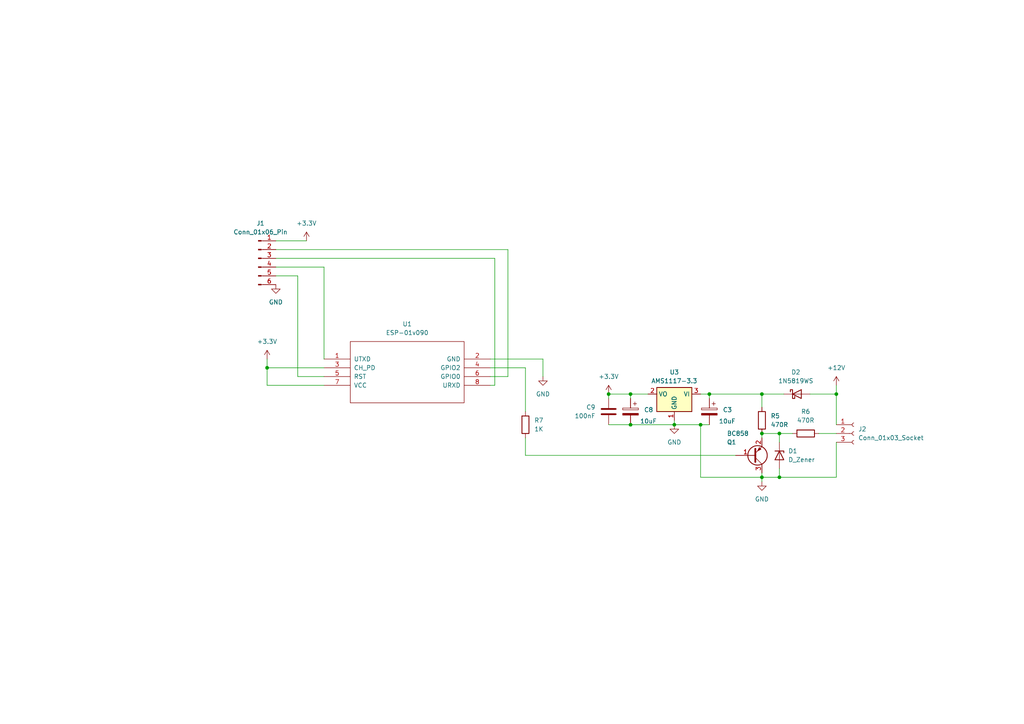
<source format=kicad_sch>
(kicad_sch (version 20231120) (generator "eeschema") (generator_version "8.0")
  (paper "A4")
  (lib_symbols
    (symbol "+3.3V_2" (power) (pin_numbers hide) (pin_names (offset 0) hide)
      (property "Value" "+3.3V" (at 0 3.556 0))
      (symbol "+3.3V_2_0_1"
        (polyline (pts (xy -0.762 1.27) (xy 0 2.54)))
        (polyline (pts (xy 0 0) (xy 0 2.54)))
        (polyline (pts (xy 0 2.54) (xy 0.762 1.27)))
      )
      (symbol "+3.3V_2_1_1"
        (pin power_in line (at 0 0 90) (length 0) (name "~") (number "1"))
      )
    )
    (symbol "Connector:Conn_01x03_Socket" (pin_names (offset 1.016) hide)
      (property "Reference" "J" (at 0 5.08 0))
      (property "Value" "Conn_01x03_Socket" (at 0 -5.08 0))
      (symbol "Conn_01x03_Socket_1_1"
        (arc (start 0 -2.032) (mid -0.5058 -2.54) (end 0 -3.048) (stroke (width 0.1524)))
        (polyline (pts (xy -1.27 -2.54) (xy -0.508 -2.54)) (stroke (width 0.1524)))
        (polyline (pts (xy -1.27 0) (xy -0.508 0)) (stroke (width 0.1524)))
        (polyline (pts (xy -1.27 2.54) (xy -0.508 2.54)) (stroke (width 0.1524)))
        (arc (start 0 0.508) (mid -0.5058 0) (end 0 -0.508) (stroke (width 0.1524)))
        (arc (start 0 3.048) (mid -0.5058 2.54) (end 0 2.032) (stroke (width 0.1524)))
        (pin passive line (at -5.08 2.54 0) (length 3.81) (name "Pin_1") (number "1"))
        (pin passive line (at -5.08 0 0) (length 3.81) (name "Pin_2") (number "2"))
        (pin passive line (at -5.08 -2.54 0) (length 3.81) (name "Pin_3") (number "3"))
      )
    )
    (symbol "Connector:Conn_01x06_Pin" (pin_names (offset 1.016) hide)
      (property "Reference" "J" (at 0 7.62 0))
      (property "Value" "Conn_01x06_Pin" (at 0 -10.16 0))
      (symbol "Conn_01x06_Pin_1_1"
        (polyline (pts (xy 1.27 -7.62) (xy 0.8636 -7.62)) (stroke (width 0.1524)))
        (polyline (pts (xy 1.27 -5.08) (xy 0.8636 -5.08)) (stroke (width 0.1524)))
        (polyline (pts (xy 1.27 -2.54) (xy 0.8636 -2.54)) (stroke (width 0.1524)))
        (polyline (pts (xy 1.27 0) (xy 0.8636 0)) (stroke (width 0.1524)))
        (polyline (pts (xy 1.27 2.54) (xy 0.8636 2.54)) (stroke (width 0.1524)))
        (polyline (pts (xy 1.27 5.08) (xy 0.8636 5.08)) (stroke (width 0.1524)))
        (rectangle (start 0.8636 -7.493) (end 0 -7.747) (stroke (width 0.1524)) (fill (type outline)))
        (rectangle (start 0.8636 -4.953) (end 0 -5.207) (stroke (width 0.1524)) (fill (type outline)))
        (rectangle (start 0.8636 -2.413) (end 0 -2.667) (stroke (width 0.1524)) (fill (type outline)))
        (rectangle (start 0.8636 0.127) (end 0 -0.127) (stroke (width 0.1524)) (fill (type outline)))
        (rectangle (start 0.8636 2.667) (end 0 2.413) (stroke (width 0.1524)) (fill (type outline)))
        (rectangle (start 0.8636 5.207) (end 0 4.953) (stroke (width 0.1524)) (fill (type outline)))
        (pin passive line (at 5.08 5.08 180) (length 3.81) (name "Pin_1") (number "1"))
        (pin passive line (at 5.08 2.54 180) (length 3.81) (name "Pin_2") (number "2"))
        (pin passive line (at 5.08 0 180) (length 3.81) (name "Pin_3") (number "3"))
        (pin passive line (at 5.08 -2.54 180) (length 3.81) (name "Pin_4") (number "4"))
        (pin passive line (at 5.08 -5.08 180) (length 3.81) (name "Pin_5") (number "5"))
        (pin passive line (at 5.08 -7.62 180) (length 3.81) (name "Pin_6") (number "6"))
      )
    )
    (symbol "Device:C" (pin_numbers hide) (pin_names (offset 0.254))
      (property "Reference" "C" (at 0.635 2.54 0))
      (property "Value" "C" (at 0.635 -2.54 0))
      (symbol "C_0_1"
        (polyline (pts (xy -2.032 -0.762) (xy 2.032 -0.762)) (stroke (width 0.508)))
        (polyline (pts (xy -2.032 0.762) (xy 2.032 0.762)) (stroke (width 0.508)))
      )
      (symbol "C_1_1"
        (pin passive line (at 0 3.81 270) (length 2.794) (name "~") (number "1"))
        (pin passive line (at 0 -3.81 90) (length 2.794) (name "~") (number "2"))
      )
    )
    (symbol "Device:C_Polarized" (pin_numbers hide) (pin_names (offset 0.254))
      (property "Reference" "C" (at 0.635 2.54 0))
      (property "Value" "C_Polarized" (at 0.635 -2.54 0))
      (symbol "C_Polarized_0_1"
        (rectangle (start -2.286 0.508) (end 2.286 1.016))
        (polyline (pts (xy -1.778 2.286) (xy -0.762 2.286)))
        (polyline (pts (xy -1.27 2.794) (xy -1.27 1.778)))
        (rectangle (start 2.286 -0.508) (end -2.286 -1.016) (fill (type outline)))
      )
      (symbol "C_Polarized_1_1"
        (pin passive line (at 0 3.81 270) (length 2.794) (name "~") (number "1"))
        (pin passive line (at 0 -3.81 90) (length 2.794) (name "~") (number "2"))
      )
    )
    (symbol "Device:D_Zener" (pin_numbers hide) (pin_names (offset 1.016) hide)
      (property "Reference" "D" (at 0 2.54 0))
      (property "Value" "D_Zener" (at 0 -2.54 0))
      (symbol "D_Zener_0_1"
        (polyline (pts (xy 1.27 0) (xy -1.27 0)))
        (polyline (pts (xy -1.27 -1.27) (xy -1.27 1.27) (xy -0.762 1.27)) (stroke (width 0.254)))
        (polyline (pts (xy 1.27 -1.27) (xy 1.27 1.27) (xy -1.27 0) (xy 1.27 -1.27)) (stroke (width 0.254)))
      )
      (symbol "D_Zener_1_1"
        (pin passive line (at -3.81 0 0) (length 2.54) (name "K") (number "1"))
        (pin passive line (at 3.81 0 180) (length 2.54) (name "A") (number "2"))
      )
    )
    (symbol "Device:R" (pin_numbers hide) (pin_names (offset 0))
      (property "Reference" "R" (at 2.032 0 90))
      (property "Value" "R" (at 0 0 90))
      (symbol "R_0_1"
        (rectangle (start -1.016 -2.54) (end 1.016 2.54) (stroke (width 0.254)))
      )
      (symbol "R_1_1"
        (pin passive line (at 0 3.81 270) (length 1.27) (name "~") (number "1"))
        (pin passive line (at 0 -3.81 90) (length 1.27) (name "~") (number "2"))
      )
    )
    (symbol "Diode:1N5819WS" (pin_numbers hide) (pin_names (offset 1.016) hide)
      (property "Reference" "D" (at 0 2.54 0))
      (property "Value" "1N5819WS" (at 0 -2.54 0))
      (symbol "1N5819WS_0_1"
        (polyline (pts (xy 1.27 0) (xy -1.27 0)))
        (polyline (pts (xy 1.27 1.27) (xy 1.27 -1.27) (xy -1.27 0) (xy 1.27 1.27)) (stroke (width 0.254)))
        (polyline (pts (xy -1.905 0.635) (xy -1.905 1.27) (xy -1.27 1.27) (xy -1.27 -1.27) (xy -0.635 -1.27) (xy -0.635 -0.635)) (stroke (width 0.254)))
      )
      (symbol "1N5819WS_1_1"
        (pin passive line (at -3.81 0 0) (length 2.54) (name "K") (number "1"))
        (pin passive line (at 3.81 0 180) (length 2.54) (name "A") (number "2"))
      )
    )
    (symbol "ESP8266:ESP-01v090" (pin_names (offset 1.016))
      (property "Reference" "U" (at 0 -2.54 0))
      (property "Value" "ESP-01v090" (at 0 2.54 0))
      (symbol "ESP-01v090_1_0"
        (rectangle (start -16.51 -8.89) (end 16.51 8.89))
      )
      (symbol "ESP-01v090_1_1"
        (pin output line (at -24.13 3.81 0) (length 7.62) (name "UTXD") (number "1"))
        (pin power_in line (at 24.13 3.81 180) (length 7.62) (name "GND") (number "2"))
        (pin input line (at -24.13 1.27 0) (length 7.62) (name "CH_PD") (number "3"))
        (pin tri_state line (at 24.13 1.27 180) (length 7.62) (name "GPIO2") (number "4"))
        (pin input line (at -24.13 -1.27 0) (length 7.62) (name "RST") (number "5"))
        (pin tri_state line (at 24.13 -1.27 180) (length 7.62) (name "GPIO0") (number "6"))
        (pin power_in line (at -24.13 -3.81 0) (length 7.62) (name "VCC") (number "7"))
        (pin input line (at 24.13 -3.81 180) (length 7.62) (name "URXD") (number "8"))
      )
    )
    (symbol "GND_1" (power) (pin_numbers hide) (pin_names (offset 0) hide)
      (property "Value" "GND" (at 0 -3.81 0))
      (symbol "GND_1_0_1"
        (polyline (pts (xy 0 0) (xy 0 -1.27) (xy 1.27 -1.27) (xy 0 -2.54) (xy -1.27 -1.27) (xy 0 -1.27)))
      )
      (symbol "GND_1_1_1"
        (pin power_in line (at 0 0 270) (length 0) (name "~") (number "1"))
      )
    )
    (symbol "Regulator_Linear:AMS1117-3.3"
      (property "Reference" "U" (at -3.81 3.175 0))
      (property "Value" "AMS1117-3.3" (at 0 3.175 0))
      (symbol "AMS1117-3.3_0_1"
        (rectangle (start -5.08 -5.08) (end 5.08 1.905) (stroke (width 0.254)) (fill (type background)))
      )
      (symbol "AMS1117-3.3_1_1"
        (pin power_in line (at 0 -7.62 90) (length 2.54) (name "GND") (number "1"))
        (pin power_out line (at 7.62 0 180) (length 2.54) (name "VO") (number "2"))
        (pin power_in line (at -7.62 0 0) (length 2.54) (name "VI") (number "3"))
      )
    )
    (symbol "Transistor_BJT:BC858" (pin_names (offset 0) hide)
      (property "Reference" "Q" (at 5.08 1.905 0))
      (property "Value" "BC858" (at 5.08 0 0))
      (symbol "BC858_0_1"
        (polyline (pts (xy 0.635 0.635) (xy 2.54 2.54)))
        (polyline (pts (xy 0.635 -0.635) (xy 2.54 -2.54) (xy 2.54 -2.54)))
        (polyline (pts (xy 0.635 1.905) (xy 0.635 -1.905) (xy 0.635 -1.905)) (stroke (width 0.508)))
        (polyline (pts (xy 2.286 -1.778) (xy 1.778 -2.286) (xy 1.27 -1.27) (xy 2.286 -1.778) (xy 2.286 -1.778)) (fill (type outline)))
        (circle (center 1.27 0) (radius 2.8194) (stroke (width 0.254)))
      )
      (symbol "BC858_1_1"
        (pin input line (at -5.08 0 0) (length 5.715) (name "B") (number "1"))
        (pin passive line (at 2.54 -5.08 90) (length 2.54) (name "E") (number "2"))
        (pin passive line (at 2.54 5.08 270) (length 2.54) (name "C") (number "3"))
      )
    )
    (symbol "power:+12V" (power) (pin_names (offset 0))
      (property "Value" "+12V" (at 0 3.556 0))
      (symbol "+12V_0_1"
        (polyline (pts (xy -0.762 1.27) (xy 0 2.54)))
        (polyline (pts (xy 0 0) (xy 0 2.54)))
        (polyline (pts (xy 0 2.54) (xy 0.762 1.27)))
      )
      (symbol "+12V_1_1"
        (pin power_in line (at 0 0 90) (length 0) hide (name "+12V") (number "1"))
      )
    )
    (symbol "power:+3.3V" (power) (pin_names (offset 0))
      (property "Value" "+3.3V" (at 0 3.556 0))
      (symbol "+3.3V_0_1"
        (polyline (pts (xy -0.762 1.27) (xy 0 2.54)))
        (polyline (pts (xy 0 0) (xy 0 2.54)))
        (polyline (pts (xy 0 2.54) (xy 0.762 1.27)))
      )
      (symbol "+3.3V_1_1"
        (pin power_in line (at 0 0 90) (length 0) hide (name "+3.3V") (number "1"))
      )
    )
    (symbol "power:GND" (power) (pin_names (offset 0))
      (property "Value" "GND" (at 0 -3.81 0))
      (symbol "GND_0_1"
        (polyline (pts (xy 0 0) (xy 0 -1.27) (xy 1.27 -1.27) (xy 0 -2.54) (xy -1.27 -1.27) (xy 0 -1.27)))
      )
      (symbol "GND_1_1"
        (pin power_in line (at 0 0 270) (length 0) hide (name "GND") (number "1"))
      )
    )
  )
  (junction (at 77.47 106.68))
  (junction (at 220.98 114.3))
  (junction (at 220.98 125.73))
  (junction (at 203.2 123.19))
  (junction (at 242.57 114.3))
  (junction (at 176.53 114.3))
  (junction (at 182.88 114.3))
  (junction (at 195.58 123.19))
  (junction (at 226.06 138.43))
  (junction (at 182.88 123.19))
  (junction (at 205.74 114.3))
  (junction (at 226.06 125.73))
  (junction (at 220.98 138.43))
  (wire (pts (xy 242.57 114.3) (xy 242.57 123.19)))
  (wire (pts (xy 147.32 72.39) (xy 80.01 72.39)))
  (wire (pts (xy 77.47 111.76) (xy 77.47 106.68)))
  (wire (pts (xy 80.01 80.01) (xy 86.36 80.01)))
  (wire (pts (xy 152.4 132.08) (xy 152.4 127)))
  (wire (pts (xy 142.24 106.68) (xy 152.4 106.68)))
  (wire (pts (xy 242.57 111.76) (xy 242.57 114.3)))
  (wire (pts (xy 195.58 123.19) (xy 182.88 123.19)))
  (wire (pts (xy 226.06 135.89) (xy 226.06 138.43)))
  (wire (pts (xy 220.98 138.43) (xy 220.98 139.7)))
  (wire (pts (xy 143.51 74.93) (xy 80.01 74.93)))
  (wire (pts (xy 220.98 125.73) (xy 226.06 125.73)))
  (wire (pts (xy 220.98 125.73) (xy 220.98 127)))
  (wire (pts (xy 242.57 128.27) (xy 242.57 138.43)))
  (wire (pts (xy 142.24 111.76) (xy 143.51 111.76)))
  (wire (pts (xy 152.4 132.08) (xy 213.36 132.08)))
  (wire (pts (xy 157.48 109.22) (xy 157.48 104.14)))
  (wire (pts (xy 220.98 114.3) (xy 220.98 118.11)))
  (wire (pts (xy 227.33 114.3) (xy 220.98 114.3)))
  (wire (pts (xy 80.01 69.85) (xy 88.9 69.85)))
  (wire (pts (xy 226.06 125.73) (xy 229.87 125.73)))
  (wire (pts (xy 205.74 123.19) (xy 203.2 123.19)))
  (wire (pts (xy 220.98 137.16) (xy 220.98 138.43)))
  (wire (pts (xy 187.96 114.3) (xy 182.88 114.3)))
  (wire (pts (xy 203.2 123.19) (xy 195.58 123.19)))
  (wire (pts (xy 195.58 121.92) (xy 195.58 123.19)))
  (wire (pts (xy 205.74 114.3) (xy 220.98 114.3)))
  (wire (pts (xy 93.98 111.76) (xy 77.47 111.76)))
  (wire (pts (xy 234.95 114.3) (xy 242.57 114.3)))
  (wire (pts (xy 143.51 111.76) (xy 143.51 74.93)))
  (wire (pts (xy 176.53 114.3) (xy 182.88 114.3)))
  (wire (pts (xy 237.49 125.73) (xy 242.57 125.73)))
  (wire (pts (xy 142.24 109.22) (xy 147.32 109.22)))
  (wire (pts (xy 147.32 109.22) (xy 147.32 72.39)))
  (wire (pts (xy 77.47 106.68) (xy 77.47 104.14)))
  (wire (pts (xy 226.06 138.43) (xy 220.98 138.43)))
  (wire (pts (xy 77.47 106.68) (xy 93.98 106.68)))
  (wire (pts (xy 93.98 109.22) (xy 86.36 109.22)))
  (wire (pts (xy 203.2 138.43) (xy 203.2 123.19)))
  (wire (pts (xy 242.57 138.43) (xy 226.06 138.43)))
  (wire (pts (xy 152.4 106.68) (xy 152.4 119.38)))
  (wire (pts (xy 176.53 115.57) (xy 176.53 114.3)))
  (wire (pts (xy 93.98 77.47) (xy 80.01 77.47)))
  (wire (pts (xy 203.2 114.3) (xy 205.74 114.3)))
  (wire (pts (xy 93.98 104.14) (xy 93.98 77.47)))
  (wire (pts (xy 182.88 114.3) (xy 182.88 115.57)))
  (wire (pts (xy 182.88 123.19) (xy 176.53 123.19)))
  (wire (pts (xy 86.36 109.22) (xy 86.36 80.01)))
  (wire (pts (xy 157.48 104.14) (xy 142.24 104.14)))
  (wire (pts (xy 205.74 114.3) (xy 205.74 115.57)))
  (wire (pts (xy 226.06 125.73) (xy 226.06 128.27)))
  (wire (pts (xy 220.98 138.43) (xy 203.2 138.43)))
  (symbol (lib_id "Diode:1N5819WS") (at 231.14 114.3 0) (unit 1)
    (property "Reference" "D2" (at 230.8225 107.95 0))
    (property "Value" "1N5819WS" (at 230.8225 110.49 0))
    (property "Footprint" "Diode_SMD:D_SOD-323" (effects (hide yes)))
    (property "Datasheet" "https://datasheet.lcsc.com/lcsc/2204281430_Guangdong-Hottech-1N5819WS_C191023.pdf" (effects (hide yes)))
    (property "Description" "40V 600mV@1A 1A SOD-323 Schottky Barrier Diodes, SOD-323" (effects (hide yes)))
  )
  (symbol (lib_id "ESP8266:ESP-01v090") (at 118.11 107.95 0) (unit 1)
    (property "Reference" "U1" (at 118.11 93.98 0))
    (property "Value" "ESP-01v090" (at 118.11 96.52 0))
    (property "Footprint" "ESP8266:ESP-01" (effects (hide yes)))
    (property "Datasheet" "http://l0l.org.uk/2014/12/esp8266-modules-hardware-guide-gotta-catch-em-all/" (effects (hide yes)))
    (property "Description" "ESP8266 ESP-01 module, v090" (effects (hide yes)))
  )
  (symbol (lib_id "Device:R") (at 220.98 121.92 180) (unit 1)
    (property "Reference" "R5" (at 223.52 120.6499 0) (effects (justify right)))
    (property "Value" "470R" (at 223.52 123.1899 0) (effects (justify right)))
    (property "Footprint" "Resistor_SMD:R_0603_1608Metric" (effects (hide yes)))
  )
  (symbol (lib_id "Device:R") (at 152.4 123.19 0) (unit 1)
    (property "Reference" "R7" (at 154.94 121.9199 0) (effects (justify left)))
    (property "Value" "1K" (at 154.94 124.4599 0) (effects (justify left)))
    (property "Footprint" "Resistor_SMD:R_0603_1608Metric" (effects (hide yes)))
    (property "Description" "Resistor" (effects (hide yes)))
  )
  (symbol (lib_id "Device:C") (at 176.53 119.38 0) (mirror y) (unit 1)
    (property "Reference" "C9" (at 172.72 118.1099 0) (effects (justify left)))
    (property "Value" "100nF" (at 172.72 120.6499 0) (effects (justify left)))
    (property "Footprint" "Capacitor_SMD:C_0603_1608Metric" (effects (hide yes)))
    (property "Description" "Unpolarized capacitor" (effects (hide yes)))
  )
  (symbol (lib_id "power:GND") (at 220.98 139.7 0) (unit 1)
    (property "Reference" "#PWR07" (effects (hide yes)))
    (property "Value" "GND" (at 220.98 144.78 0))
  )
  (symbol (lib_id "Device:C_Polarized") (at 182.88 119.38 0) (mirror y) (unit 1)
    (property "Reference" "C8" (at 189.484 118.872 0) (effects (justify left)))
    (property "Value" "10uF" (at 190.5 122.174 0) (effects (justify left)))
    (property "Footprint" "Capacitor_SMD:C_0603_1608Metric" (effects (hide yes)))
    (property "Description" "Polarized capacitor" (effects (hide yes)))
  )
  (symbol (lib_id "power:+12V") (at 242.57 111.76 0) (unit 1)
    (property "Reference" "#PWR011" (effects (hide yes)))
    (property "Value" "+12V" (at 242.57 106.68 0))
  )
  (symbol (lib_id "power:+3.3V") (at 88.9 69.85 0) (unit 1)
    (property "Reference" "#PWR04" (effects (hide yes)))
    (property "Value" "+3.3V" (at 88.9 64.77 0))
    (property "Description" "Power symbol creates a global label with name \"+3.3V\"" (effects (hide yes)))
  )
  (symbol (lib_name "+3.3V_2") (lib_id "power:+3.3V") (at 176.53 114.3 0) (mirror y) (unit 1)
    (property "Reference" "#PWR016" (effects (hide yes)))
    (property "Value" "+3.3V" (at 176.53 109.22 0))
    (property "Description" "Power symbol creates a global label with name \"+3.3V\"" (effects (hide yes)))
  )
  (symbol (lib_id "Connector:Conn_01x03_Socket") (at 247.65 125.73 0) (unit 1)
    (property "Reference" "J2" (at 248.92 124.4599 0) (effects (justify left)))
    (property "Value" "Conn_01x03_Socket" (at 248.92 126.9999 0) (effects (justify left)))
    (property "Footprint" "Connector_PinHeader_2.54mm:PinHeader_1x03_P2.54mm_Vertical" (effects (hide yes)))
  )
  (symbol (lib_name "GND_1") (lib_id "power:GND") (at 195.58 123.19 0) (mirror y) (unit 1)
    (property "Reference" "#PWR08" (effects (hide yes)))
    (property "Value" "GND" (at 195.58 128.27 0))
    (property "Description" "Power symbol creates a global label with name \"GND\" , ground" (effects (hide yes)))
  )
  (symbol (lib_id "Connector:Conn_01x06_Pin") (at 74.93 74.93 0) (unit 1)
    (property "Reference" "J1" (at 75.565 64.77 0))
    (property "Value" "Conn_01x06_Pin" (at 75.565 67.31 0))
    (property "Footprint" "Connector_PinHeader_2.54mm:PinHeader_1x06_P2.54mm_Vertical" (effects (hide yes)))
    (property "Description" "Generic connector, single row, 01x06, script generated" (effects (hide yes)))
  )
  (symbol (lib_id "Device:D_Zener") (at 226.06 132.08 270) (unit 1)
    (property "Reference" "D1" (at 228.6 130.8099 90) (effects (justify left)))
    (property "Value" "D_Zener" (at 228.6 133.3499 90) (effects (justify left)))
    (property "Footprint" "Diode_SMD:D_SOD-123" (effects (hide yes)))
  )
  (symbol (lib_id "Transistor_BJT:BC858") (at 218.44 132.08 0) (mirror x) (unit 1)
    (property "Reference" "Q1" (at 210.82 128.27 0) (effects (justify left)))
    (property "Value" "BC858" (at 210.82 125.73 0) (effects (justify left)))
    (property "Footprint" "Package_TO_SOT_SMD:SOT-23-3" (effects (hide yes)))
    (property "Datasheet" "https://www.onsemi.com/pub/Collateral/BC860-D.pdf" (effects (hide yes)))
  )
  (symbol (lib_id "Device:R") (at 233.68 125.73 90) (unit 1)
    (property "Reference" "R6" (at 233.68 119.38 90))
    (property "Value" "470R" (at 233.68 121.92 90))
    (property "Footprint" "Resistor_SMD:R_0603_1608Metric" (effects (hide yes)))
  )
  (symbol (lib_id "power:+3.3V") (at 77.47 104.14 0) (unit 1)
    (property "Reference" "#PWR02" (effects (hide yes)))
    (property "Value" "+3.3V" (at 77.47 99.06 0))
    (property "Description" "Power symbol creates a global label with name \"+3.3V\"" (effects (hide yes)))
  )
  (symbol (lib_id "Regulator_Linear:AMS1117-3.3") (at 195.58 114.3 0) (mirror y) (unit 1)
    (property "Reference" "U3" (at 195.58 107.95 0))
    (property "Value" "AMS1117-3.3" (at 195.58 110.49 0))
    (property "Footprint" "Package_TO_SOT_SMD:SOT-223" (effects (hide yes)))
    (property "Datasheet" "http://www.advanced-monolithic.com/pdf/ds1117.pdf" (effects (hide yes)))
    (property "Description" "1A Low Dropout regulator, positive, 3.3V fixed output, SOT-223" (effects (hide yes)))
  )
  (symbol (lib_id "Device:C_Polarized") (at 205.74 119.38 0) (mirror y) (unit 1)
    (property "Reference" "C3" (at 212.344 118.872 0) (effects (justify left)))
    (property "Value" "10uF" (at 213.36 122.174 0) (effects (justify left)))
    (property "Footprint" "Capacitor_SMD:C_0603_1608Metric" (effects (hide yes)))
    (property "Description" "Polarized capacitor" (effects (hide yes)))
  )
  (symbol (lib_id "power:GND") (at 80.01 82.55 0) (unit 1)
    (property "Reference" "#PWR03" (effects (hide yes)))
    (property "Value" "GND" (at 80.01 87.63 0))
    (property "Description" "Power symbol creates a global label with name \"GND\" , ground" (effects (hide yes)))
  )
  (symbol (lib_id "power:GND") (at 157.48 109.22 0) (unit 1)
    (property "Reference" "#PWR01" (effects (hide yes)))
    (property "Value" "GND" (at 157.48 114.3 0))
    (property "Description" "Power symbol creates a global label with name \"GND\" , ground" (effects (hide yes)))
  )
)
</source>
